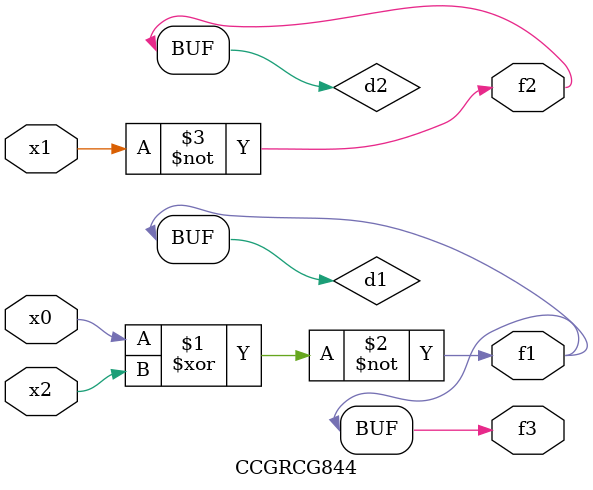
<source format=v>
module CCGRCG844(
	input x0, x1, x2,
	output f1, f2, f3
);

	wire d1, d2, d3;

	xnor (d1, x0, x2);
	nand (d2, x1);
	nor (d3, x1, x2);
	assign f1 = d1;
	assign f2 = d2;
	assign f3 = d1;
endmodule

</source>
